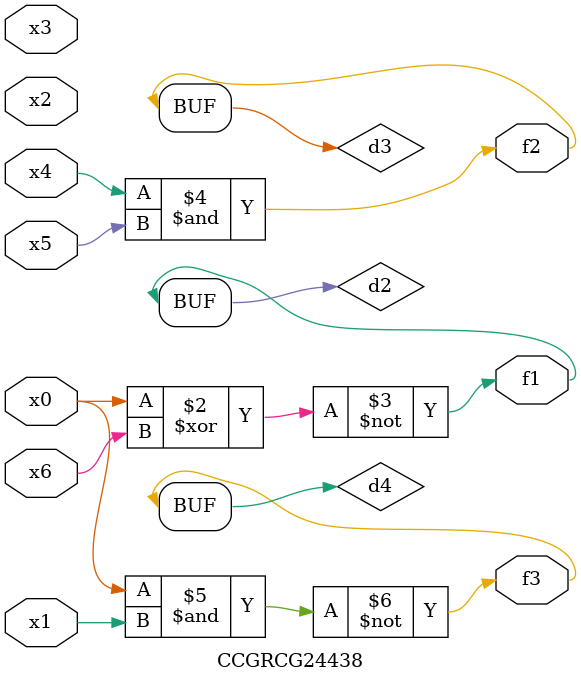
<source format=v>
module CCGRCG24438(
	input x0, x1, x2, x3, x4, x5, x6,
	output f1, f2, f3
);

	wire d1, d2, d3, d4;

	nor (d1, x0);
	xnor (d2, x0, x6);
	and (d3, x4, x5);
	nand (d4, x0, x1);
	assign f1 = d2;
	assign f2 = d3;
	assign f3 = d4;
endmodule

</source>
